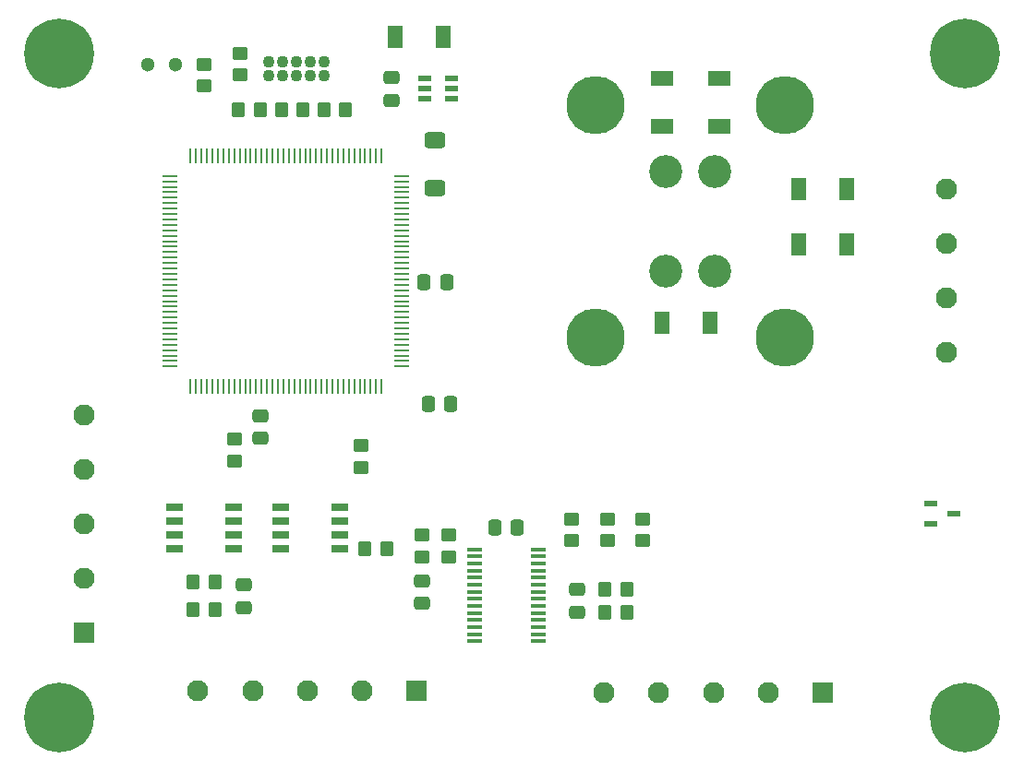
<source format=gbr>
%TF.GenerationSoftware,KiCad,Pcbnew,(6.0.0)*%
%TF.CreationDate,2022-02-17T00:51:34-06:00*%
%TF.ProjectId,digitizer,64696769-7469-47a6-9572-2e6b69636164,1*%
%TF.SameCoordinates,Original*%
%TF.FileFunction,Soldermask,Top*%
%TF.FilePolarity,Negative*%
%FSLAX46Y46*%
G04 Gerber Fmt 4.6, Leading zero omitted, Abs format (unit mm)*
G04 Created by KiCad (PCBNEW (6.0.0)) date 2022-02-17 00:51:34*
%MOMM*%
%LPD*%
G01*
G04 APERTURE LIST*
G04 Aperture macros list*
%AMRoundRect*
0 Rectangle with rounded corners*
0 $1 Rounding radius*
0 $2 $3 $4 $5 $6 $7 $8 $9 X,Y pos of 4 corners*
0 Add a 4 corners polygon primitive as box body*
4,1,4,$2,$3,$4,$5,$6,$7,$8,$9,$2,$3,0*
0 Add four circle primitives for the rounded corners*
1,1,$1+$1,$2,$3*
1,1,$1+$1,$4,$5*
1,1,$1+$1,$6,$7*
1,1,$1+$1,$8,$9*
0 Add four rect primitives between the rounded corners*
20,1,$1+$1,$2,$3,$4,$5,0*
20,1,$1+$1,$4,$5,$6,$7,0*
20,1,$1+$1,$6,$7,$8,$9,0*
20,1,$1+$1,$8,$9,$2,$3,0*%
G04 Aperture macros list end*
%ADD10RoundRect,0.250000X-0.475000X0.337500X-0.475000X-0.337500X0.475000X-0.337500X0.475000X0.337500X0*%
%ADD11R,1.400000X2.100000*%
%ADD12R,1.950000X1.950000*%
%ADD13C,1.950000*%
%ADD14C,6.400000*%
%ADD15R,1.475000X0.450000*%
%ADD16RoundRect,0.250000X0.350000X0.450000X-0.350000X0.450000X-0.350000X-0.450000X0.350000X-0.450000X0*%
%ADD17RoundRect,0.250000X-0.337500X-0.475000X0.337500X-0.475000X0.337500X0.475000X-0.337500X0.475000X0*%
%ADD18RoundRect,0.250000X0.475000X-0.337500X0.475000X0.337500X-0.475000X0.337500X-0.475000X-0.337500X0*%
%ADD19RoundRect,0.250000X-0.350000X-0.450000X0.350000X-0.450000X0.350000X0.450000X-0.350000X0.450000X0*%
%ADD20RoundRect,0.250000X0.700000X-0.475000X0.700000X0.475000X-0.700000X0.475000X-0.700000X-0.475000X0*%
%ADD21R,0.279400X1.473200*%
%ADD22R,1.473200X0.279400*%
%ADD23RoundRect,0.250000X-0.450000X0.350000X-0.450000X-0.350000X0.450000X-0.350000X0.450000X0.350000X0*%
%ADD24RoundRect,0.250000X0.450000X-0.350000X0.450000X0.350000X-0.450000X0.350000X-0.450000X-0.350000X0*%
%ADD25R,1.300000X0.600000*%
%ADD26R,2.100000X1.400000*%
%ADD27R,1.525000X0.650000*%
%ADD28R,1.250000X0.600000*%
%ADD29C,3.015000*%
%ADD30C,5.340000*%
%ADD31C,1.300000*%
%ADD32C,1.100000*%
G04 APERTURE END LIST*
D10*
%TO.C,C306*%
X99200000Y-102800000D03*
X99200000Y-104875000D03*
%TD*%
D11*
%TO.C,D207*%
X150050000Y-71500000D03*
X154450000Y-71500000D03*
%TD*%
D12*
%TO.C,J303*%
X152220000Y-112670000D03*
D13*
X147220000Y-112670000D03*
X142220000Y-112670000D03*
X137220000Y-112670000D03*
X132220000Y-112670000D03*
%TD*%
D14*
%TO.C,H203*%
X165250000Y-115000000D03*
%TD*%
D15*
%TO.C,IC301*%
X120312000Y-99525000D03*
X120312000Y-100175000D03*
X120312000Y-100825000D03*
X120312000Y-101475000D03*
X120312000Y-102125000D03*
X120312000Y-102775000D03*
X120312000Y-103425000D03*
X120312000Y-104075000D03*
X120312000Y-104725000D03*
X120312000Y-105375000D03*
X120312000Y-106025000D03*
X120312000Y-106675000D03*
X120312000Y-107325000D03*
X120312000Y-107975000D03*
X126188000Y-107975000D03*
X126188000Y-107325000D03*
X126188000Y-106675000D03*
X126188000Y-106025000D03*
X126188000Y-105375000D03*
X126188000Y-104725000D03*
X126188000Y-104075000D03*
X126188000Y-103425000D03*
X126188000Y-102775000D03*
X126188000Y-102125000D03*
X126188000Y-101475000D03*
X126188000Y-100825000D03*
X126188000Y-100175000D03*
X126188000Y-99525000D03*
%TD*%
D12*
%TO.C,J301*%
X84490000Y-107215000D03*
D13*
X84490000Y-102215000D03*
X84490000Y-97215000D03*
X84490000Y-92215000D03*
X84490000Y-87215000D03*
%TD*%
D16*
%TO.C,R402*%
X100700000Y-59200000D03*
X98700000Y-59200000D03*
%TD*%
D17*
%TO.C,C301*%
X122175000Y-97500000D03*
X124250000Y-97500000D03*
%TD*%
D18*
%TO.C,C204*%
X112750000Y-58325000D03*
X112750000Y-56250000D03*
%TD*%
D19*
%TO.C,R312*%
X132300000Y-105300000D03*
X134300000Y-105300000D03*
%TD*%
D20*
%TO.C,L401*%
X116700000Y-66400000D03*
X116700000Y-62000000D03*
%TD*%
D18*
%TO.C,C303*%
X129700000Y-105300000D03*
X129700000Y-103225000D03*
%TD*%
D10*
%TO.C,C304*%
X115500000Y-102425000D03*
X115500000Y-104500000D03*
%TD*%
D21*
%TO.C,U401*%
X111797500Y-63382800D03*
X111297501Y-63382800D03*
X110797500Y-63382800D03*
X110297501Y-63382800D03*
X109797499Y-63382800D03*
X109297500Y-63382800D03*
X108797501Y-63382800D03*
X108297500Y-63382800D03*
X107797501Y-63382800D03*
X107297499Y-63382800D03*
X106797500Y-63382800D03*
X106297501Y-63382800D03*
X105797500Y-63382800D03*
X105297501Y-63382800D03*
X104797499Y-63382800D03*
X104297500Y-63382800D03*
X103797501Y-63382800D03*
X103297500Y-63382800D03*
X102797500Y-63382800D03*
X102297502Y-63382800D03*
X101797500Y-63382800D03*
X101297501Y-63382800D03*
X100797499Y-63382800D03*
X100297500Y-63382800D03*
X99797501Y-63382800D03*
X99297500Y-63382800D03*
X98797501Y-63382800D03*
X98297499Y-63382800D03*
X97797500Y-63382800D03*
X97297501Y-63382800D03*
X96797500Y-63382800D03*
X96297501Y-63382800D03*
X95797499Y-63382800D03*
X95297500Y-63382800D03*
X94797501Y-63382800D03*
X94297500Y-63382800D03*
D22*
X92430300Y-65250000D03*
X92430300Y-65749999D03*
X92430300Y-66250000D03*
X92430300Y-66749999D03*
X92430300Y-67250001D03*
X92430300Y-67750000D03*
X92430300Y-68249999D03*
X92430300Y-68750000D03*
X92430300Y-69249999D03*
X92430300Y-69750001D03*
X92430300Y-70250000D03*
X92430300Y-70749999D03*
X92430300Y-71250000D03*
X92430300Y-71749999D03*
X92430300Y-72250001D03*
X92430300Y-72750000D03*
X92430300Y-73249999D03*
X92430300Y-73750000D03*
X92430300Y-74250000D03*
X92430300Y-74750001D03*
X92430300Y-75250000D03*
X92430300Y-75749999D03*
X92430300Y-76250001D03*
X92430300Y-76750000D03*
X92430300Y-77250001D03*
X92430300Y-77750000D03*
X92430300Y-78249999D03*
X92430300Y-78750001D03*
X92430300Y-79250000D03*
X92430300Y-79750001D03*
X92430300Y-80250000D03*
X92430300Y-80749999D03*
X92430300Y-81250001D03*
X92430300Y-81750000D03*
X92430300Y-82250001D03*
X92430300Y-82750000D03*
D21*
X94297500Y-84617200D03*
X94797499Y-84617200D03*
X95297500Y-84617200D03*
X95797499Y-84617200D03*
X96297501Y-84617200D03*
X96797500Y-84617200D03*
X97297499Y-84617200D03*
X97797500Y-84617200D03*
X98297499Y-84617200D03*
X98797501Y-84617200D03*
X99297500Y-84617200D03*
X99797499Y-84617200D03*
X100297500Y-84617200D03*
X100797499Y-84617200D03*
X101297501Y-84617200D03*
X101797500Y-84617200D03*
X102297499Y-84617200D03*
X102797500Y-84617200D03*
X103297500Y-84617200D03*
X103797501Y-84617200D03*
X104297500Y-84617200D03*
X104797499Y-84617200D03*
X105297501Y-84617200D03*
X105797500Y-84617200D03*
X106297501Y-84617200D03*
X106797500Y-84617200D03*
X107297499Y-84617200D03*
X107797501Y-84617200D03*
X108297500Y-84617200D03*
X108797501Y-84617200D03*
X109297500Y-84617200D03*
X109797499Y-84617200D03*
X110297501Y-84617200D03*
X110797500Y-84617200D03*
X111297501Y-84617200D03*
X111797500Y-84617200D03*
D22*
X113664700Y-82750000D03*
X113664700Y-82250001D03*
X113664700Y-81750000D03*
X113664700Y-81250001D03*
X113664700Y-80749999D03*
X113664700Y-80250000D03*
X113664700Y-79750001D03*
X113664700Y-79250000D03*
X113664700Y-78750001D03*
X113664700Y-78249999D03*
X113664700Y-77750000D03*
X113664700Y-77250001D03*
X113664700Y-76750000D03*
X113664700Y-76250001D03*
X113664700Y-75749999D03*
X113664700Y-75250000D03*
X113664700Y-74750001D03*
X113664700Y-74250000D03*
X113664700Y-73750000D03*
X113664700Y-73249999D03*
X113664700Y-72750000D03*
X113664700Y-72250001D03*
X113664700Y-71749999D03*
X113664700Y-71250000D03*
X113664700Y-70749999D03*
X113664700Y-70250000D03*
X113664700Y-69750001D03*
X113664700Y-69249999D03*
X113664700Y-68750000D03*
X113664700Y-68249999D03*
X113664700Y-67750000D03*
X113664700Y-67250001D03*
X113664700Y-66749999D03*
X113664700Y-66250000D03*
X113664700Y-65749999D03*
X113664700Y-65250000D03*
%TD*%
D16*
%TO.C,R310*%
X96500000Y-105100000D03*
X94500000Y-105100000D03*
%TD*%
D11*
%TO.C,D206*%
X150050000Y-66500000D03*
X154450000Y-66500000D03*
%TD*%
D23*
%TO.C,R209*%
X95500000Y-55000000D03*
X95500000Y-57000000D03*
%TD*%
D24*
%TO.C,R401*%
X98800000Y-56000000D03*
X98800000Y-54000000D03*
%TD*%
D25*
%TO.C,IC202*%
X162150000Y-95300000D03*
X162150000Y-97200000D03*
X164250000Y-96250000D03*
%TD*%
D16*
%TO.C,R309*%
X96500000Y-102500000D03*
X94500000Y-102500000D03*
%TD*%
D14*
%TO.C,H204*%
X82250000Y-115000000D03*
%TD*%
D26*
%TO.C,D203*%
X137500000Y-56300000D03*
X137500000Y-60700000D03*
%TD*%
D14*
%TO.C,H202*%
X165250000Y-54000000D03*
%TD*%
D26*
%TO.C,D204*%
X142750000Y-56300000D03*
X142750000Y-60700000D03*
%TD*%
D17*
%TO.C,C411*%
X115700000Y-75000000D03*
X117775000Y-75000000D03*
%TD*%
D16*
%TO.C,R405*%
X104600000Y-59200000D03*
X102600000Y-59200000D03*
%TD*%
D13*
%TO.C,J202*%
X163640000Y-66420000D03*
X163640000Y-71420000D03*
X163640000Y-76420000D03*
X163640000Y-81420000D03*
%TD*%
D14*
%TO.C,H201*%
X82250000Y-54000000D03*
%TD*%
D17*
%TO.C,C412*%
X116062500Y-86200000D03*
X118137500Y-86200000D03*
%TD*%
D19*
%TO.C,R406*%
X106500000Y-59200000D03*
X108500000Y-59200000D03*
%TD*%
%TO.C,R204*%
X110250000Y-99500000D03*
X112250000Y-99500000D03*
%TD*%
D23*
%TO.C,R307*%
X132500000Y-96750000D03*
X132500000Y-98750000D03*
%TD*%
D11*
%TO.C,D201*%
X113050000Y-52500000D03*
X117450000Y-52500000D03*
%TD*%
D24*
%TO.C,R305*%
X118000000Y-100250000D03*
X118000000Y-98250000D03*
%TD*%
D27*
%TO.C,IC201*%
X102588000Y-95695000D03*
X102588000Y-96965000D03*
X102588000Y-98235000D03*
X102588000Y-99505000D03*
X108012000Y-99505000D03*
X108012000Y-98235000D03*
X108012000Y-96965000D03*
X108012000Y-95695000D03*
%TD*%
D23*
%TO.C,R403*%
X109900000Y-90000000D03*
X109900000Y-92000000D03*
%TD*%
D11*
%TO.C,D208*%
X141950000Y-78750000D03*
X137550000Y-78750000D03*
%TD*%
D24*
%TO.C,R303*%
X115500000Y-100250000D03*
X115500000Y-98250000D03*
%TD*%
D23*
%TO.C,R308*%
X129250000Y-96750000D03*
X129250000Y-98750000D03*
%TD*%
D12*
%TO.C,J302*%
X114975000Y-112490000D03*
D13*
X109975000Y-112490000D03*
X104975000Y-112490000D03*
X99975000Y-112490000D03*
X94975000Y-112490000D03*
%TD*%
D19*
%TO.C,R311*%
X132300000Y-103200000D03*
X134300000Y-103200000D03*
%TD*%
D27*
%TO.C,IC204*%
X92788000Y-95645000D03*
X92788000Y-96915000D03*
X92788000Y-98185000D03*
X92788000Y-99455000D03*
X98212000Y-99455000D03*
X98212000Y-98185000D03*
X98212000Y-96915000D03*
X98212000Y-95645000D03*
%TD*%
D28*
%TO.C,IC203*%
X115750000Y-56300000D03*
X115750000Y-57250000D03*
X115750000Y-58200000D03*
X118250000Y-58200000D03*
X118250000Y-57250000D03*
X118250000Y-56300000D03*
%TD*%
D23*
%TO.C,R404*%
X98300000Y-89400000D03*
X98300000Y-91400000D03*
%TD*%
%TO.C,R306*%
X135750000Y-96750000D03*
X135750000Y-98750000D03*
%TD*%
D18*
%TO.C,C413*%
X100700000Y-89337500D03*
X100700000Y-87262500D03*
%TD*%
D29*
%TO.C,J201*%
X142325000Y-64860000D03*
X137875000Y-64860000D03*
X137875000Y-73980000D03*
X142325000Y-73980000D03*
D30*
X148750000Y-58750000D03*
X131450000Y-58750000D03*
X131450000Y-80090000D03*
X148750000Y-80090000D03*
%TD*%
D31*
%TO.C,LED201*%
X92870000Y-55000000D03*
X90330000Y-55000000D03*
%TD*%
D32*
%TO.C,J401*%
X101460000Y-54767500D03*
X101460000Y-56037500D03*
X102730000Y-54767500D03*
X102730000Y-56037500D03*
X104000000Y-54767500D03*
X104000000Y-56037500D03*
X105270000Y-54767500D03*
X105270000Y-56037500D03*
X106540000Y-54767500D03*
X106540000Y-56037500D03*
%TD*%
M02*

</source>
